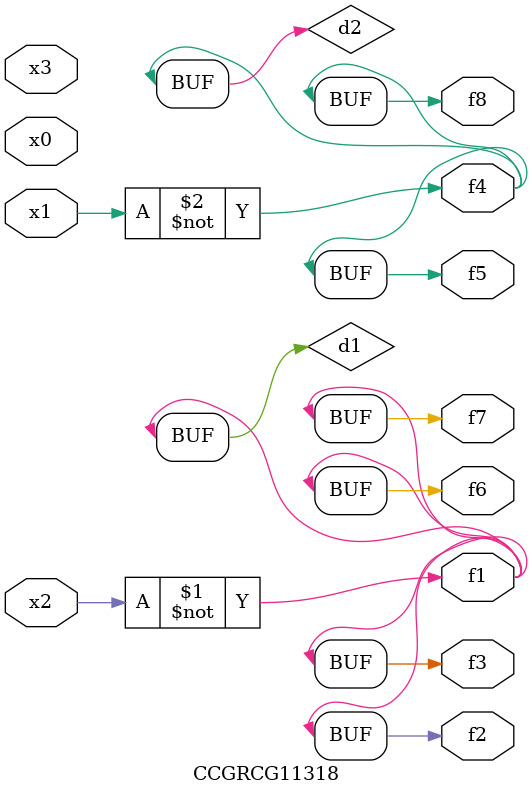
<source format=v>
module CCGRCG11318(
	input x0, x1, x2, x3,
	output f1, f2, f3, f4, f5, f6, f7, f8
);

	wire d1, d2;

	xnor (d1, x2);
	not (d2, x1);
	assign f1 = d1;
	assign f2 = d1;
	assign f3 = d1;
	assign f4 = d2;
	assign f5 = d2;
	assign f6 = d1;
	assign f7 = d1;
	assign f8 = d2;
endmodule

</source>
